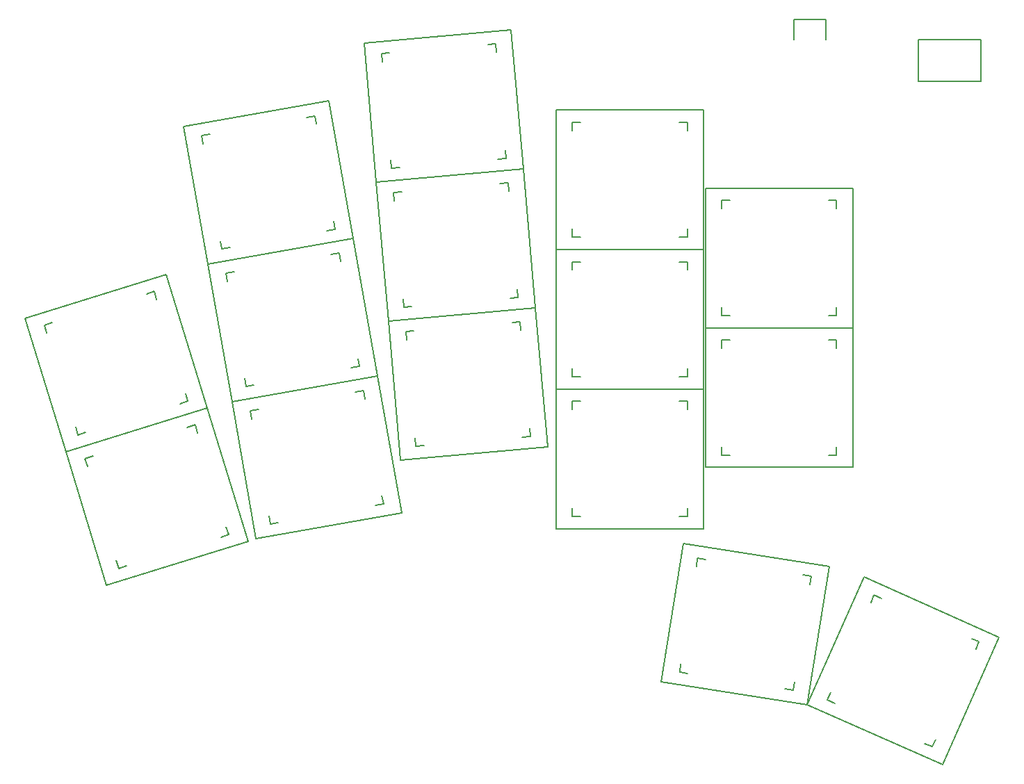
<source format=gbr>
%TF.GenerationSoftware,KiCad,Pcbnew,(6.0.4-0)*%
%TF.CreationDate,2022-07-06T15:05:04+02:00*%
%TF.ProjectId,battoota,62617474-6f6f-4746-912e-6b696361645f,v1.0.0*%
%TF.SameCoordinates,Original*%
%TF.FileFunction,OtherDrawing,Comment*%
%FSLAX46Y46*%
G04 Gerber Fmt 4.6, Leading zero omitted, Abs format (unit mm)*
G04 Created by KiCad (PCBNEW (6.0.4-0)) date 2022-07-06 15:05:04*
%MOMM*%
%LPD*%
G01*
G04 APERTURE LIST*
%ADD10C,0.150000*%
G04 APERTURE END LIST*
D10*
%TO.C,S11*%
X61047831Y111553098D02*
X78774369Y114678766D01*
X78511494Y98893302D02*
X79496302Y99066950D01*
X64262726Y110596832D02*
X63277918Y110423184D01*
X81726389Y97937035D02*
X63999851Y94811367D01*
X77065226Y112854258D02*
X77238875Y111869450D01*
X77065226Y112854258D02*
X76080419Y112680609D01*
X65708993Y96635875D02*
X66693801Y96809524D01*
X77065227Y112854259D02*
X77238875Y111869451D01*
X63451567Y109438375D02*
X63277919Y110423183D01*
X78774369Y114678766D02*
X81726389Y97937035D01*
X78774370Y114678766D02*
X81726389Y97937035D01*
X61047831Y111553099D02*
X78774370Y114678766D01*
X77065227Y112854259D02*
X76080419Y112680610D01*
X64262727Y110596830D02*
X63277919Y110423183D01*
X79322653Y100051758D02*
X79496302Y99066950D01*
X79322654Y100051757D02*
X79496302Y99066950D01*
X63999850Y94811368D02*
X61047831Y111553099D01*
X63451567Y109438376D02*
X63277918Y110423184D01*
X78511494Y98893302D02*
X79496302Y99066950D01*
X65708994Y96635875D02*
X66693801Y96809523D01*
X65708994Y96635875D02*
X65535345Y97620683D01*
X81726389Y97937035D02*
X63999850Y94811368D01*
X65708993Y96635875D02*
X65535345Y97620683D01*
X63999851Y94811367D02*
X61047831Y111553098D01*
%TO.C,S15*%
X87858371Y89530713D02*
X88854565Y89617869D01*
X87858370Y89530714D02*
X88854565Y89617870D01*
X100808901Y90663739D02*
X101805096Y90750894D01*
X102446570Y106366224D02*
X103928219Y89430914D01*
X86725346Y102481244D02*
X86638190Y103477439D01*
X102446571Y106366224D02*
X103928219Y89430914D01*
X87858371Y89530713D02*
X87771215Y90526909D01*
X84515067Y104797419D02*
X102446570Y106366224D01*
X87858370Y89530714D02*
X87771215Y90526909D01*
X100584916Y104697620D02*
X99588721Y104610464D01*
X85996715Y87862110D02*
X84515067Y104797420D01*
X87634385Y103564593D02*
X86638190Y103477439D01*
X101717940Y91747089D02*
X101805096Y90750894D01*
X100584915Y104697620D02*
X99588721Y104610463D01*
X85996716Y87862109D02*
X84515067Y104797419D01*
X100808901Y90663739D02*
X101805096Y90750894D01*
X103928219Y89430914D02*
X85996715Y87862110D01*
X84515067Y104797420D02*
X102446571Y106366224D01*
X86725346Y102481245D02*
X86638190Y103477440D01*
X103928219Y89430914D02*
X85996716Y87862109D01*
X100584915Y104697620D02*
X100672072Y103701424D01*
X101717940Y91747088D02*
X101805096Y90750894D01*
X87634385Y103564595D02*
X86638190Y103477440D01*
X100584916Y104697620D02*
X100672071Y103701425D01*
%TO.C,S21*%
X121424791Y81077254D02*
X122424791Y81077254D01*
X124424790Y96577254D02*
X124424791Y79577254D01*
X109424791Y95077254D02*
X108424791Y95077254D01*
X108424791Y94077253D02*
X108424791Y95077253D01*
X106424792Y79577253D02*
X106424791Y96577253D01*
X106424791Y96577254D02*
X124424791Y96577254D01*
X121424791Y81077254D02*
X122424791Y81077254D01*
X122424790Y95077254D02*
X121424791Y95077253D01*
X122424791Y82077254D02*
X122424791Y81077254D01*
X122424791Y95077254D02*
X121424791Y95077254D01*
X124424791Y79577254D02*
X106424792Y79577253D01*
X109424791Y95077252D02*
X108424791Y95077253D01*
X106424791Y79577254D02*
X106424791Y96577254D01*
X108424791Y94077254D02*
X108424791Y95077254D01*
X122424790Y95077254D02*
X122424791Y94077253D01*
X122424791Y95077254D02*
X122424791Y94077254D01*
X108424792Y81077253D02*
X109424791Y81077253D01*
X108424791Y81077254D02*
X108424791Y82077254D01*
X122424791Y82077253D02*
X122424791Y81077254D01*
X124424791Y96577254D02*
X124424791Y79577254D01*
X108424792Y81077253D02*
X108424791Y82077254D01*
X124424791Y79577254D02*
X106424791Y79577254D01*
X106424791Y96577253D02*
X124424790Y96577254D01*
X108424791Y81077254D02*
X109424791Y81077254D01*
%TO.C,T1*%
X139318406Y124601838D02*
X139318406Y122101838D01*
X135418406Y122101838D02*
X135418406Y124601838D01*
X135418406Y124601838D02*
X139318406Y124601838D01*
%TO.C,T2*%
X139318406Y124601838D02*
X139318406Y122101838D01*
X135418406Y124601838D02*
X139318406Y124601838D01*
X135418406Y122101838D02*
X135418406Y124601838D01*
%TO.C,S29*%
X142599495Y87044491D02*
X124599496Y87044490D01*
X140599495Y89544490D02*
X140599495Y88544491D01*
X124599495Y104044491D02*
X142599495Y104044491D01*
X140599495Y102544491D02*
X139599495Y102544491D01*
X139599495Y88544491D02*
X140599495Y88544491D01*
X127599495Y102544491D02*
X126599495Y102544491D01*
X126599495Y101544491D02*
X126599495Y102544491D01*
X142599495Y104044491D02*
X142599495Y87044491D01*
X140599495Y102544491D02*
X140599495Y101544491D01*
X124599495Y87044491D02*
X124599495Y104044491D01*
X126599495Y88544491D02*
X127599495Y88544491D01*
X142599495Y87044491D02*
X124599495Y87044491D01*
X126599496Y88544490D02*
X127599495Y88544490D01*
X127599495Y102544489D02*
X126599495Y102544490D01*
X140599495Y89544491D02*
X140599495Y88544491D01*
X140599494Y102544491D02*
X139599495Y102544490D01*
X142599494Y104044491D02*
X142599495Y87044491D01*
X126599496Y88544490D02*
X126599495Y89544491D01*
X124599496Y87044490D02*
X124599495Y104044490D01*
X126599495Y88544491D02*
X126599495Y89544491D01*
X139599495Y88544491D02*
X140599495Y88544491D01*
X126599495Y101544490D02*
X126599495Y102544490D01*
X140599494Y102544491D02*
X140599495Y101544490D01*
X124599495Y104044490D02*
X142599494Y104044491D01*
%TO.C,S33*%
X151348907Y36403016D02*
X152262453Y35996279D01*
X139472817Y41690591D02*
X139879553Y42604138D01*
X139472816Y41690592D02*
X139879553Y42604138D01*
X160393962Y49342761D02*
X153479439Y33812488D01*
X152669189Y36909824D02*
X152262453Y35996279D01*
X157956766Y48785916D02*
X157043220Y49192652D01*
X143950143Y56664019D02*
X160393961Y49342761D01*
X152669189Y36909825D02*
X152262453Y35996279D01*
X157956766Y48785916D02*
X157550029Y47872370D01*
X139472816Y41690592D02*
X140386362Y41283856D01*
X151348907Y36403016D02*
X152262453Y35996279D01*
X137035621Y41133746D02*
X143950143Y56664019D01*
X146080674Y54073490D02*
X145167129Y54480228D01*
X160393961Y49342761D02*
X153479439Y33812488D01*
X144760393Y53566683D02*
X145167129Y54480229D01*
X157956765Y48785916D02*
X157550029Y47872369D01*
X139472817Y41690591D02*
X140386361Y41283855D01*
X143950143Y56664020D02*
X160393962Y49342761D01*
X153479439Y33812488D02*
X137035621Y41133746D01*
X157956765Y48785916D02*
X157043220Y49192651D01*
X153479439Y33812488D02*
X137035620Y41133747D01*
X137035620Y41133747D02*
X143950143Y56664020D01*
X146080675Y54073492D02*
X145167129Y54480229D01*
X144760392Y53566682D02*
X145167129Y54480228D01*
%TO.C,S7*%
X66951869Y78069634D02*
X84678407Y81195302D01*
X84678408Y81195302D02*
X87630427Y64453571D01*
X82969264Y79370794D02*
X81984457Y79197145D01*
X84415532Y65409838D02*
X85400340Y65583486D01*
X71613031Y63152411D02*
X72597839Y63326060D01*
X87630427Y64453571D02*
X69903888Y61327904D01*
X85226691Y66568294D02*
X85400340Y65583486D01*
X71613032Y63152411D02*
X71439383Y64137219D01*
X70166765Y77113366D02*
X69181957Y76939719D01*
X71613032Y63152411D02*
X72597839Y63326059D01*
X84415532Y65409838D02*
X85400340Y65583486D01*
X82969264Y79370794D02*
X83142913Y78385986D01*
X70166764Y77113368D02*
X69181956Y76939720D01*
X87630427Y64453571D02*
X69903889Y61327903D01*
X82969265Y79370795D02*
X81984457Y79197146D01*
X69355605Y75954912D02*
X69181956Y76939720D01*
X66951869Y78069635D02*
X84678408Y81195302D01*
X85226692Y66568293D02*
X85400340Y65583486D01*
X84678407Y81195302D02*
X87630427Y64453571D01*
X69355605Y75954911D02*
X69181957Y76939719D01*
X82969265Y79370795D02*
X83142913Y78385987D01*
X69903889Y61327903D02*
X66951869Y78069634D01*
X69903888Y61327904D02*
X66951869Y78069635D01*
X71613031Y63152411D02*
X71439383Y64137219D01*
%TO.C,S5*%
X41750357Y88227207D02*
X58963841Y93489898D01*
X58963841Y93489898D02*
X63934161Y77232718D01*
X61290623Y79038736D02*
X61582994Y78082432D01*
X48194728Y73989228D02*
X47902356Y74945533D01*
X58963842Y93489899D02*
X63934161Y77232718D01*
X60626689Y77790060D02*
X61582994Y78082432D01*
X57489790Y91470698D02*
X57782162Y90514393D01*
X44393896Y86421189D02*
X44101524Y87377493D01*
X48194729Y73989227D02*
X49151033Y74281599D01*
X63934161Y77232718D02*
X46720676Y71970027D01*
X61290623Y79038735D02*
X61582994Y78082432D01*
X44393895Y86421190D02*
X44101524Y87377494D01*
X48194729Y73989227D02*
X47902356Y74945533D01*
X57489789Y91470698D02*
X56533486Y91178326D01*
X41750357Y88227208D02*
X58963842Y93489899D01*
X46720676Y71970027D02*
X41750357Y88227208D01*
X63934161Y77232718D02*
X46720677Y71970027D01*
X45057829Y87669866D02*
X44101524Y87377494D01*
X57489790Y91470698D02*
X56533486Y91178327D01*
X60626689Y77790060D02*
X61582994Y78082432D01*
X57489789Y91470698D02*
X57782162Y90514393D01*
X48194728Y73989228D02*
X49151032Y74281599D01*
X45057829Y87669864D02*
X44101524Y87377493D01*
X46720677Y71970027D02*
X41750357Y88227207D01*
%TO.C,S27*%
X127599495Y85544491D02*
X126599495Y85544491D01*
X126599496Y71544490D02*
X127599495Y71544490D01*
X140599494Y85544491D02*
X140599495Y84544490D01*
X124599495Y70044491D02*
X124599495Y87044491D01*
X142599494Y87044491D02*
X142599495Y70044491D01*
X126599495Y71544491D02*
X127599495Y71544491D01*
X140599495Y85544491D02*
X139599495Y85544491D01*
X139599495Y71544491D02*
X140599495Y71544491D01*
X142599495Y70044491D02*
X124599495Y70044491D01*
X142599495Y87044491D02*
X142599495Y70044491D01*
X140599495Y85544491D02*
X140599495Y84544491D01*
X126599495Y71544491D02*
X126599495Y72544491D01*
X139599495Y71544491D02*
X140599495Y71544491D01*
X126599495Y84544490D02*
X126599495Y85544490D01*
X127599495Y85544489D02*
X126599495Y85544490D01*
X124599496Y70044490D02*
X124599495Y87044490D01*
X126599496Y71544490D02*
X126599495Y72544491D01*
X140599495Y72544491D02*
X140599495Y71544491D01*
X124599495Y87044490D02*
X142599494Y87044491D01*
X140599495Y72544490D02*
X140599495Y71544491D01*
X142599495Y70044491D02*
X124599496Y70044490D01*
X126599495Y84544491D02*
X126599495Y85544491D01*
X124599495Y87044491D02*
X142599495Y87044491D01*
X140599494Y85544491D02*
X139599495Y85544490D01*
%TO.C,S9*%
X81726389Y97937034D02*
X84678408Y81195303D01*
X80017245Y96112526D02*
X79032438Y95938877D01*
X66951869Y78069636D02*
X63999850Y94811367D01*
X66403586Y92696643D02*
X66229938Y93681451D01*
X82274672Y83310026D02*
X82448321Y82325218D01*
X63999850Y94811366D02*
X81726388Y97937034D01*
X66403586Y92696644D02*
X66229937Y93681452D01*
X80017246Y96112527D02*
X80190894Y95127719D01*
X84678408Y81195303D02*
X66951869Y78069636D01*
X67214745Y93855100D02*
X66229937Y93681452D01*
X63999850Y94811367D02*
X81726389Y97937034D01*
X68661013Y79894143D02*
X68487364Y80878951D01*
X84678408Y81195303D02*
X66951870Y78069635D01*
X67214746Y93855098D02*
X66229938Y93681451D01*
X81726388Y97937034D02*
X84678408Y81195303D01*
X66951870Y78069635D02*
X63999850Y94811366D01*
X81463513Y82151570D02*
X82448321Y82325218D01*
X80017245Y96112526D02*
X80190894Y95127718D01*
X68661012Y79894143D02*
X68487364Y80878951D01*
X68661012Y79894143D02*
X69645820Y80067792D01*
X82274673Y83310025D02*
X82448321Y82325218D01*
X81463513Y82151570D02*
X82448321Y82325218D01*
X80017246Y96112527D02*
X79032438Y95938878D01*
X68661013Y79894143D02*
X69645820Y80067791D01*
%TO.C,S13*%
X102066564Y87762310D02*
X101070369Y87675154D01*
X89340018Y72595404D02*
X89252863Y73591599D01*
X85996715Y87862109D02*
X103928218Y89430914D01*
X89340018Y72595404D02*
X90336213Y72682560D01*
X85996715Y87862110D02*
X103928219Y89430914D01*
X103928218Y89430914D02*
X105409867Y72495604D01*
X89116033Y86629283D02*
X88119838Y86542129D01*
X89116033Y86629285D02*
X88119838Y86542130D01*
X105409867Y72495604D02*
X87478364Y70926799D01*
X103199588Y74811779D02*
X103286744Y73815584D01*
X87478364Y70926799D02*
X85996715Y87862109D01*
X89340019Y72595403D02*
X90336213Y72682559D01*
X87478363Y70926800D02*
X85996715Y87862110D01*
X103928219Y89430914D02*
X105409867Y72495604D01*
X102066563Y87762310D02*
X102153720Y86766114D01*
X89340019Y72595403D02*
X89252863Y73591599D01*
X102066563Y87762310D02*
X101070369Y87675153D01*
X88206994Y85545935D02*
X88119838Y86542130D01*
X103199588Y74811778D02*
X103286744Y73815584D01*
X88206994Y85545934D02*
X88119838Y86542129D01*
X102290549Y73728429D02*
X103286744Y73815584D01*
X105409867Y72495604D02*
X87478363Y70926800D01*
X102290549Y73728429D02*
X103286744Y73815584D01*
X102066564Y87762310D02*
X102153719Y86766115D01*
%TO.C,S17*%
X99103269Y121632930D02*
X98107074Y121545774D01*
X83033420Y121732730D02*
X100964924Y123301534D01*
X100236293Y108682398D02*
X100323449Y107686204D01*
X99327254Y107599049D02*
X100323449Y107686204D01*
X99103268Y121632930D02*
X98107074Y121545773D01*
X99327254Y107599049D02*
X100323449Y107686204D01*
X86152738Y120499905D02*
X85156543Y120412750D01*
X100236293Y108682399D02*
X100323449Y107686204D01*
X83033420Y121732729D02*
X100964923Y123301534D01*
X100964924Y123301534D02*
X102446572Y106366224D01*
X86376723Y106466024D02*
X87372918Y106553180D01*
X102446572Y106366224D02*
X84515068Y104797420D01*
X86152738Y120499903D02*
X85156543Y120412749D01*
X99103268Y121632930D02*
X99190425Y120636734D01*
X86376723Y106466024D02*
X86289568Y107462219D01*
X86376724Y106466023D02*
X87372918Y106553179D01*
X84515069Y104797419D02*
X83033420Y121732729D01*
X86376724Y106466023D02*
X86289568Y107462219D01*
X85243699Y119416554D02*
X85156543Y120412749D01*
X100964923Y123301534D02*
X102446572Y106366224D01*
X84515068Y104797420D02*
X83033420Y121732730D01*
X102446572Y106366224D02*
X84515069Y104797419D01*
X85243699Y119416555D02*
X85156543Y120412750D01*
X99103269Y121632930D02*
X99190424Y120636735D01*
%TO.C,S31*%
X121467259Y45118231D02*
X121623693Y46105920D01*
X135451329Y43915837D02*
X135294895Y42928149D01*
X121467258Y45118232D02*
X122454947Y44961797D01*
X134307207Y43084584D02*
X135294895Y42928149D01*
X137484978Y56755786D02*
X136497289Y56912221D01*
X137035620Y41133748D02*
X119257231Y43949567D01*
X139695006Y57924450D02*
X137035620Y41133748D01*
X121467258Y45118232D02*
X121623693Y46105920D01*
X121916616Y60740269D02*
X139695005Y57924450D01*
X121916616Y60740270D02*
X139695006Y57924450D01*
X137484978Y56755786D02*
X137328543Y55768098D01*
X124645029Y58789434D02*
X123657341Y58945869D01*
X137035620Y41133748D02*
X119257230Y43949568D01*
X135451330Y43915838D02*
X135294895Y42928149D01*
X119257230Y43949568D02*
X121916616Y60740270D01*
X121467259Y45118231D02*
X122454947Y44961796D01*
X123500906Y57958180D02*
X123657341Y58945869D01*
X139695005Y57924450D02*
X137035620Y41133748D01*
X137484977Y56755786D02*
X137328543Y55768097D01*
X119257231Y43949567D02*
X121916616Y60740269D01*
X124645029Y58789432D02*
X123657341Y58945868D01*
X123500906Y57958179D02*
X123657341Y58945868D01*
X134307207Y43084584D02*
X135294895Y42928149D01*
X137484977Y56755786D02*
X136497289Y56912220D01*
%TO.C,MCU1*%
X150547213Y117096348D02*
X150547213Y122176348D01*
X150508690Y117096348D02*
X150508690Y122176348D01*
X158128690Y117096348D02*
X150508690Y117096348D01*
X150547213Y122176348D02*
X158167213Y122176348D01*
X158167213Y122176348D02*
X158167213Y117096348D01*
X158167213Y117096348D02*
X150547213Y117096348D01*
X158128690Y122176348D02*
X158128690Y117096348D01*
%TO.C,S3*%
X53165048Y57732046D02*
X54121352Y58024418D01*
X62460108Y75213517D02*
X61503805Y74921145D01*
X63934161Y77232718D02*
X68904480Y60975537D01*
X65597008Y61532879D02*
X66553313Y61825251D01*
X46720676Y71970027D02*
X63934161Y77232718D01*
X62460109Y75213517D02*
X61503805Y74921146D01*
X51690995Y55712846D02*
X46720676Y71970027D01*
X66260942Y62781554D02*
X66553313Y61825251D01*
X68904480Y60975537D02*
X51690995Y55712846D01*
X66260942Y62781555D02*
X66553313Y61825251D01*
X62460108Y75213517D02*
X62752481Y74257212D01*
X49364215Y70164008D02*
X49071843Y71120312D01*
X49364214Y70164009D02*
X49071843Y71120313D01*
X65597008Y61532879D02*
X66553313Y61825251D01*
X50028148Y71412685D02*
X49071843Y71120313D01*
X68904480Y60975537D02*
X51690996Y55712846D01*
X62460109Y75213517D02*
X62752481Y74257212D01*
X53165048Y57732046D02*
X52872675Y58688352D01*
X53165047Y57732047D02*
X54121351Y58024418D01*
X63934160Y77232717D02*
X68904480Y60975537D01*
X51690996Y55712846D02*
X46720676Y71970026D01*
X46720676Y71970026D02*
X63934160Y77232717D01*
X50028148Y71412683D02*
X49071843Y71120312D01*
X53165047Y57732047D02*
X52872675Y58688352D01*
%TO.C,S23*%
X121424791Y98077254D02*
X122424791Y98077254D01*
X122424791Y99077253D02*
X122424791Y98077254D01*
X106424791Y113577254D02*
X124424791Y113577254D01*
X122424791Y112077254D02*
X121424791Y112077254D01*
X124424791Y96577254D02*
X106424791Y96577254D01*
X124424790Y113577254D02*
X124424791Y96577254D01*
X106424791Y113577253D02*
X124424790Y113577254D01*
X108424791Y111077254D02*
X108424791Y112077254D01*
X106424791Y96577254D02*
X106424791Y113577254D01*
X124424791Y113577254D02*
X124424791Y96577254D01*
X122424791Y112077254D02*
X122424791Y111077254D01*
X122424791Y99077254D02*
X122424791Y98077254D01*
X108424791Y98077254D02*
X108424791Y99077254D01*
X108424791Y98077254D02*
X109424791Y98077254D01*
X106424792Y96577253D02*
X106424791Y113577253D01*
X109424791Y112077252D02*
X108424791Y112077253D01*
X109424791Y112077254D02*
X108424791Y112077254D01*
X108424792Y98077253D02*
X108424791Y99077254D01*
X121424791Y98077254D02*
X122424791Y98077254D01*
X122424790Y112077254D02*
X121424791Y112077253D01*
X122424790Y112077254D02*
X122424791Y111077253D01*
X108424792Y98077253D02*
X109424791Y98077253D01*
X108424791Y111077253D02*
X108424791Y112077253D01*
X124424791Y96577254D02*
X106424792Y96577253D01*
%TO.C,S19*%
X124424791Y62577254D02*
X106424792Y62577253D01*
X108424792Y64077253D02*
X108424791Y65077254D01*
X109424791Y78077254D02*
X108424791Y78077254D01*
X122424791Y78077254D02*
X121424791Y78077254D01*
X108424792Y64077253D02*
X109424791Y64077253D01*
X106424792Y62577253D02*
X106424791Y79577253D01*
X122424791Y65077254D02*
X122424791Y64077254D01*
X122424790Y78077254D02*
X122424791Y77077253D01*
X124424791Y62577254D02*
X106424791Y62577254D01*
X106424791Y62577254D02*
X106424791Y79577254D01*
X106424791Y79577253D02*
X124424790Y79577254D01*
X124424790Y79577254D02*
X124424791Y62577254D01*
X108424791Y64077254D02*
X108424791Y65077254D01*
X108424791Y64077254D02*
X109424791Y64077254D01*
X106424791Y79577254D02*
X124424791Y79577254D01*
X108424791Y77077253D02*
X108424791Y78077253D01*
X122424791Y65077253D02*
X122424791Y64077254D01*
X121424791Y64077254D02*
X122424791Y64077254D01*
X109424791Y78077252D02*
X108424791Y78077253D01*
X124424791Y79577254D02*
X124424791Y62577254D01*
X122424791Y78077254D02*
X122424791Y77077254D01*
X122424790Y78077254D02*
X121424791Y78077253D01*
X108424791Y77077254D02*
X108424791Y78077254D01*
X121424791Y64077254D02*
X122424791Y64077254D01*
%TD*%
M02*

</source>
